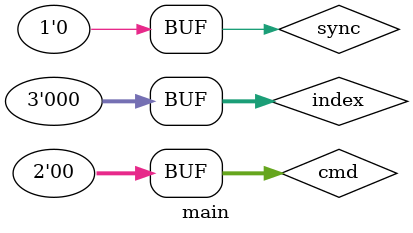
<source format=sv>
module rs_trigger (
    input wire r,
    input wire s,
    output wire q,
    output wire neg_q
);
    wire n1, n2;
    nor(q, neg_q, r);
    nor(neg_q, q, s);
endmodule

module sync_rs_trigger (
    input wire r,
    input wire sync,
    input wire s,
    output wire q,
    output wire neg_q
);
    wire new_r;
    and(new_r, r, sync);
    
    wire new_s;
    and(new_s, s, sync);

    rs_trigger rs_inst (.r(new_r), .s(new_s), .q(q), .neg_q(neg_q));
endmodule

module d_trigger (
    input wire d,
    input wire sync,
    output wire q,
    output wire neg_q
);
    wire not_d;
    
    not(not_d, d);

    sync_rs_trigger sync_inst (.r(not_d), .sync(sync), .s(d), .q(q), .neg_q(neg_q));

    // always @(*) $display("d %0t \t S: %d \t Q: %d \t D: ", $time, sync, q, d);

endmodule

module d_4_bits_trigger (
    input wire reset,
    input wire sync,
    input wire [3:0] d,
    output wire [3:0] q
);
    
    wire new_sync;
    
    or(new_sync, reset, sync);

    wire not_reset;
    not(not_reset, reset);

    wire [3:0] extend_reset;
    
    assign extend_reset = {not_reset, not_reset, not_reset, not_reset};

    wire [3:0] new_d;
    // and(new_d, extend_reset, d);
    assign new_d = d & extend_reset;

    d_trigger d0 (.d(new_d[0]), .sync(new_sync), .q(q[0]), .neg_q());
    
    d_trigger d1 (.d(new_d[1]), .sync(new_sync), .q(q[1]), .neg_q());
    
    d_trigger d2 (.d(new_d[2]), .sync(new_sync), .q(q[2]), .neg_q());

    d_trigger d3 (.d(new_d[3]), .sync(new_sync), .q(q[3]), .neg_q());

    // always @(*) $display("d_4_bits %0t \t S: %d \t Q: %d \t D: ", $time, sync, q, d);

endmodule


module d_3_bits_trigger (
    input wire reset,
    input wire sync,
    input wire [2:0] d,
    output wire [2:0] q
);
    wire [3:0] extend_q;
    wire [3:0] extend_d = {1'b0, d[2], d[1], d[0]};
    d_4_bits_trigger trigger (
        .reset(reset),
        .sync(sync),
        .d(extend_d),
        .q(extend_q)
    );
    assign q[2:0] = {extend_q[2], extend_q[1], extend_q[0]};

endmodule


module dec_3_8 (
    input wire [2:0] a,
    output wire [7:0] q
);

    wire not_in0;
    wire not_in1;
    wire not_in2;
    not(not_in0, a[0]);
    not(not_in1, a[1]);
    not(not_in2, a[2]);

    and(q[0], not_in0, not_in1, not_in2);

    and(q[1], a[0], not_in1, not_in2);

    and(q[2], not_in0, a[1], not_in2);

    and(q[3], a[0], a[1], not_in2);

    and(q[4], not_in0, not_in01, a[2]);

    and(q[5], a[0], not_in01, a[2]);

    and(q[6], not_in0, a[1], a[2]);

    and(q[7], a[0], a[1], a[2]);

endmodule


module half_adder (
    input wire a,
    input wire b,
    output wire sum,
    output wire carry
);
    xor(sum, a, b);
    and(carry, a, b);
endmodule


module full_adder (
    input wire a,
    input wire b,
    input wire carry_in,
    output wire sum,
    output wire carry_out
);
    wire sum_half;
    wire carry_half1;
    wire carry_half2;

    half_adder HA1 (
        .a(a), 
        .b(b), 
        .sum(sum_half), 
        .carry(carry_half1)
    ); 
    half_adder HA2 (
        .a(sum_half), 
        .b(carry_in), 
        .sum(sum), 
        .carry(carry_half2)
    );
    or(carry_out, carry_half1, carry_half2);

endmodule


module three_bit_adder (
    input wire [2:0] a,
    input wire [2:0] b,
    output wire [3:0] s
);
    wire c1, c2;
    wire [2:0] sum;

    full_adder FA0 (
        .a(a[0]), 
        .b(b[0]), 
        .carry_in(1'b0), 
        .sum(sum[0]), 
        .carry_out(c1)
    );
    
    full_adder FA1 (
        .a(a[1]), 
        .b(b[1]), 
        .carry_in(c1), 
        .sum(sum[1]), 
        .carry_out(c2)
    );
    
    full_adder FA2 (
        .a(a[2]), 
        .b(b[2]), 
        .carry_in(c2), 
        .sum(sum[2]), 
        .carry_out(s[3])
    );

    assign s[2:0] = sum;

endmodule


module four_bit_adder (
    input wire [3:0] a,
    input wire [3:0] b,
    output wire [4:0] s
);
    wire c1, c2;
    wire [3:0] sum;

    three_bit_adder tba (
        .a({a[2], a[1], a[0]}), 
        .b({b[2], b[1], b[0]}), 
        .s(sum)
    );
    
    full_adder FA (
        .a(a[3]), 
        .b(b[3]), 
        .carry_in(sum[3]), 
        .sum(s[3]), 
        .carry_out(s[4])
    );

    assign s[2:0] = {sum[2], sum[1], sum[0]};

endmodule

// module mod5 (
//     input wire [3:0] a,
//     output wire [2:0] q
// );





// endmodule

module mod5 (
    input wire [3:0] a,   // 4-битный вход
    output reg [2:0] q    // 3-битный выход
);
    always @(*) begin
        case (a)
            4'b0000: q = 3'b000; // 0 % 5 = 0
            4'b0001: q = 3'b001; // 1 % 5 = 1
            4'b0010: q = 3'b010; // 2 % 5 = 2
            4'b0011: q = 3'b011; // 3 % 5 = 3
            4'b0100: q = 3'b100; // 4 % 5 = 4
            4'b0101: q = 3'b000; // 5 % 5 = 0
            4'b0110: q = 3'b001; // 6 % 5 = 1
            4'b0111: q = 3'b010; // 7 % 5 = 2
            4'b1000: q = 3'b011; // 8 % 5 = 3
            4'b1001: q = 3'b100; // 9 % 5 = 4
            4'b1010: q = 3'b000; // 5 % 5 = 0
            4'b1011: q = 3'b001; // 6 % 5 = 1
            4'b1100: q = 3'b010; // 7 % 5 = 2
            4'b1101: q = 3'b011; // 8 % 5 = 3
            4'b1110: q = 3'b100; // 9 % 5 = 4
            4'b1111: q = 3'b000; // 9 % 5 = 0
        endcase
    end

    // always @(*) $display("%0t \t %d \t %d", $time, a, q);


endmodule


module next_index (
    input wire [1:0] cmd,
    input wire sync,
    input wire [2:0] index,
    output wire [2:0] next_idx
);
    wire c0 = cmd[0];
    wire c1 = cmd[1];

    always @(*) $display("mod %0t \t %d \t %d \t %d", $time, c0, c1, cmd);

endmodule



module current_index (
    input wire reset,
    input wire [1:0] cmd,
    input wire sync,
    output wire [2:0] q
);
    wire [2:0] next_idx;
    wire not_sync;

    not(not_sync, sync);

    wire [2:0] trigger1_out;

    d_3_bits_trigger trigger1 (
        .reset(reset),
        .sync(sync),
        .d(next_idx),
        .q(trigger1_out)
    );


    wire [2:0] trigger2_out;

    d_3_bits_trigger trigger2 (
        .reset(reset),
        .sync(not_sync),
        .d(trigger1_out),
        .q(trigger2_out)
    );


    next_index nxi (
        .cmd(cmd),
        .sync(sync),
        .index(trigger2_out),
        .next_idx(next_idx)
    );

    assign q = next_idx;

    // always @(*) $display("%0t \t %d \t %d \t %d \t %d \t %d \t %d", $time, reset, sync, trigger1_out, trigger2_out, next_idx, cmd);
    
endmodule




// module memory (
//     input wire reset,
//     input wire sync,
//     input wire [1:0] cmd,
//     input wire [2:0] index,
//     input wire [3:0] data,
//     output wire [3:0] q0,
//     output wire [3:0] q1,
//     output wire [3:0] q2,
//     output wire [3:0] q3,
//     output wire [3:0] q4,
//     output wire [3:0] q
// );

//     wire SYNC;
//     wire c0 = cmd[0];
//     wire c1 = cmd[1];

//     wire not_c1;

//     not(not_c1, c1);

//     wire X;

//     and(X, not_c1, c0);
//     and(SYNC, X, sync);

//     wire [7:0] sync_extend = {SYNC, SYNC, SYNC, SYNC, SYNC, SYNC, SYNC, SYNC};

//     wire [7:0] idx_dec_8;

//     dec_3_8 dec_3_8_1(
//         .a(index),
//         .q(idx_dec_8)
//     );

//     wire [7:0] data_sync;
//     // and(data_sync, sync_extend, idx_dec_8);
//     assign data_sync = sync_extend & idx_dec_8;


//     wire [3:0] data_0;

//     d_4_bits_trigger trigger0 (
//         .reset(reset),
//         .sync(data_sync[0]),
//         .d(data),
//         .q(data_0)
//     );


//     wire [3:0] data_1;

//     d_4_bits_trigger trigger1 (
//         .reset(reset),
//         .sync(data_sync[1]),
//         .d(data),
//         .q(data_1)
//     );


//     wire [3:0] data_2;

//     d_4_bits_trigger trigger2 (
//         .reset(reset),
//         .sync(data_sync[2]),
//         .d(data),
//         .q(data_2)
//     );


//     wire [3:0] data_3;

//     d_4_bits_trigger trigger3 (
//         .reset(reset),
//         .sync(data_sync[3]),
//         .d(data),
//         .q(data_3)
//     );


//     wire [3:0] data_4;

//     d_4_bits_trigger trigger4 (
//         .reset(reset),
//         .sync(data_sync[4]),
//         .d(data),
//         .q(data_4)
//     );


//     assign q0 = data_0;
//     assign q1 = data_1;
//     assign q2 = data_2;
//     assign q3 = data_3;
//     assign q4 = data_4;

//     wire [3:0] extend_idx_0 = {idx_dec_8[0], idx_dec_8[0], idx_dec_8[0], idx_dec_8[0]};
//     wire [3:0] extend_idx_1 = {idx_dec_8[1], idx_dec_8[1], idx_dec_8[1], idx_dec_8[1]};
//     wire [3:0] extend_idx_2 = {idx_dec_8[2], idx_dec_8[2], idx_dec_8[2], idx_dec_8[2]};
//     wire [3:0] extend_idx_3 = {idx_dec_8[3], idx_dec_8[3], idx_dec_8[3], idx_dec_8[3]};
//     wire [3:0] extend_idx_4 = {idx_dec_8[4], idx_dec_8[4], idx_dec_8[4], idx_dec_8[4]};

//     wire Q0; and(Q0, data_0, extend_idx_0);
//     wire Q1; and(Q1, data_1, extend_idx_1);
//     wire Q2; and(Q2, data_2, extend_idx_2);
//     wire Q3; and(Q3, data_3, extend_idx_3);
//     wire Q4; and(Q4, data_4, extend_idx_4);

//     assign q = Q0 | Q1 | Q2 | Q3 | Q4;
    
//     // initial begin
//     //     $display("time \t sync \t reset \t q0 \t q1 \t q2 \t q3 \t q4 \t q");
//     // end
//     // always @(*) $display("%0t  \t %b   \t %b    \t %d \t %d \t %d \t %d \t %d \t %d", $time, sync, reset, q0, q1, q2, q3, q4, q);

// endmodule

// module shift_index (
//     input wire [1:0] cmd,
//     input wire sync,
//     input wire [2:0] curr_index,
//     input wire [2:0] index,
//     output wire [2:0] q
// );
//     wire c0 = cmd[0];
//     wire c1 = cmd[1];

//     wire c0_c1_and;
//     and(c0_c1_and, c0, c1);

//     wire c0_c1_xor;
//     xor(c0_c1_xor, c0, c1);

//     wire [1:0] cmd_to_next_idx = 2'b00;

//     and(cmd_to_next_idx[0], c1, c0_c1_xor);

//     wire [2:0] next_idx;

//     next_index ni(
//         .cmd(cmd_to_next_idx),
//         .sync(sync),
//         .index(curr_index),
//         .next_idx(next_idx)
//     );

//     wire sync_cmd_and;
//     and(sync_cmd_and, c0, c1, sync);

//     wire [2:0] extend_sync_cmd_and = {sync_cmd_and, sync_cmd_and, sync_cmd_and};

//     wire [2:0] shift_idx;
//     assign shift_idx = index & extend_sync_cmd_and;

//     wire [3:0] sum;

//     three_bit_adder tba(
//         .a(next_idx),
//         .b(shift_idx),
//         .s(sum)
//     );

//     mod5 m5(
//         .a(sum),
//         .q(q)
//     );

    
// endmodule

module slow (
    input wire a,
    output wire q
);
    wire a00, a01, a02, a03, a04, a05, a06, a07, a08;
    wire a10, a11, a12, a13, a14, a15, a16, a17, a18;
    wire a20, a21, a22, a23, a24, a25, a26, a27, a28;
    wire a30, a31, a32, a33, a34, a35, a36, a37, a38;
    wire a40, a41, a42, a43, a44, a45, a46, a47, a48;
    not(a00, a);
    not(a01, a00);
    not(a02, a01);
    not(a03, a02);
    not(a04, a03);
    not(a05, a04);
    not(a06, a05);
    not(a07, a06);
    not(a08, a07);
    not(a10, a08);
    not(a11, a10);
    not(a12, a11);
    not(a13, a12);
    not(a14, a13);
    not(a15, a14);
    not(a16, a15);
    not(a17, a16);
    not(a18, a17);
    not(a20, a18);
    not(a21, a20);
    not(a22, a21);
    not(a23, a22);
    not(a24, a23);
    not(a25, a24);
    not(a26, a25);
    not(a27, a26);
    not(a28, a27);
    not(a30, a28);
    not(a31, a30);
    not(a32, a31);
    not(a33, a32);
    not(a34, a33);
    not(a35, a34);
    not(a36, a35);
    not(a37, a36);
    not(a38, a37);
    not(a40, a38);
    not(a41, a40);
    not(a42, a41);
    not(a43, a42);
    not(a44, a43);
    not(a45, a44);
    not(a46, a45);
    not(a47, a46);
    not(a48, a47);
    not(q, a48);

endmodule


// module my_stack (
//     input wire reset,
//     input wire [1:0] cmd,
//     input wire sync,
//     input wire [2:0] index,
//     input wire [3:0] data,
//     output wire [3:0] d0,
//     output wire [3:0] d1,
//     output wire [3:0] d2,
//     output wire [3:0] d3,
//     output wire [3:0] d4,
//     output wire [3:0] d
// );

//     wire [2:0] idx;
//     current_index curr_idx(
//         .reset(reset),
//         .cmd(cmd),
//         .sync(sync),
//         .q(idx)
//     );

//     wire [2:0] idx_with_shift;

//     shift_index shift_idx(
//         .cmd(cmd),
//         .sync(sync),
//         .curr_index(idx),
//         .index(index),
//         .q(idx_with_shift)
//     );

//     wire [2:0] idx_to_mem;

//     d_3_bits_trigger d_3_trigger(
//         .reset(reset),
//         .sync(sync),
//         .d(idx_with_shift),
//         .q(idx_to_mem)
//     );

//     wire slow_sync;

//     slow slow_s(
//         .a(sync),
//         .q(slow_s)
//     );

//     memory mem(
//         .reset(reset),
//         .sync(slow_sync),
//         .cmd(cmd),
//         .index(idx_to_mem),
//         .data(data),
//         .q0(d0),
//         .q1(d1),
//         .q2(d2),
//         .q3(d3),
//         .q4(d4),
//         .q(d)
//     );
// endmodule



module main;
    reg [1:0] cmd = 2'b00;
    reg sync = 1'b0;
    reg [2:0] index = 3'b000;
    wire [2:0] next_idx;


    next_index ni (
        .cmd(cmd),
        .sync(sync),
        .index(index),
        .next_idx(next_idx)
    );

    initial begin
        #100; sync = 1'b1;
        #100; sync = 1'b0;
        #100; sync = 1'b1;
        #100; sync = 1'b0;
    end
    initial begin
        $display("time \t sync \t cmd \t next_idx");
    end
    always @(*) $display("%0t \t %b \t %d \t %d", $time, sync, cmd, next_idx);

endmodule


</source>
